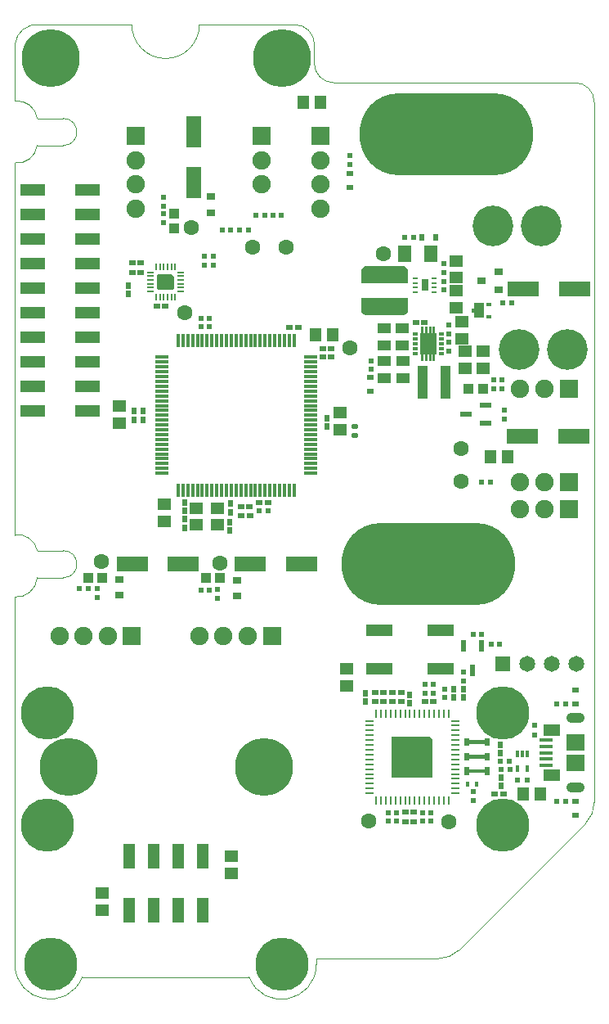
<source format=gts>
G04 Layer_Color=8388736*
%FSLAX44Y44*%
%MOMM*%
G71*
G01*
G75*
%ADD10R,0.5900X0.6000*%
%ADD11R,0.8000X0.6000*%
%ADD12R,0.6000X0.5900*%
%ADD13R,0.3000X0.6600*%
%ADD14R,3.2200X1.6300*%
%ADD15R,1.0500X1.0200*%
%ADD16R,1.4700X1.1500*%
%ADD17R,0.6400X0.6300*%
%ADD18R,1.3500X1.8200*%
%ADD19R,1.4700X1.1100*%
%ADD20R,1.1500X1.4700*%
%ADD21R,0.6300X0.6400*%
%ADD22R,1.9000X1.7500*%
%ADD23R,1.8000X1.1500*%
%ADD24R,1.4000X0.4000*%
%ADD25R,1.2600X0.6100*%
%ADD26R,0.5000X0.4000*%
%ADD27R,1.1000X1.6000*%
%ADD28R,0.6000X0.8000*%
%ADD29R,0.6000X0.5000*%
%ADD30R,0.5000X0.6000*%
%ADD31R,0.9800X3.4000*%
%ADD32C,0.7200*%
%ADD33R,0.9720X0.8020*%
%ADD34R,0.4000X0.6000*%
%ADD35R,0.6000X1.2100*%
G04:AMPARAMS|DCode=36|XSize=0.59mm|YSize=0.6mm|CornerRadius=0.1475mm|HoleSize=0mm|Usage=FLASHONLY|Rotation=90.000|XOffset=0mm|YOffset=0mm|HoleType=Round|Shape=RoundedRectangle|*
%AMROUNDEDRECTD36*
21,1,0.5900,0.3050,0,0,90.0*
21,1,0.2950,0.6000,0,0,90.0*
1,1,0.2950,0.1525,0.1475*
1,1,0.2950,0.1525,-0.1475*
1,1,0.2950,-0.1525,-0.1475*
1,1,0.2950,-0.1525,0.1475*
%
%ADD36ROUNDEDRECTD36*%
%ADD37R,1.4000X1.2000*%
%ADD38R,1.6300X3.2200*%
%ADD39R,1.0200X1.0500*%
%ADD40R,0.9300X0.7900*%
%ADD41R,2.6000X0.4000*%
%ADD42R,1.7000X2.1500*%
%ADD43R,0.6000X0.3500*%
%ADD44R,0.5000X0.2800*%
%ADD45R,0.7000X1.3000*%
%ADD46R,2.8000X1.2000*%
%ADD47R,0.3000X1.4500*%
%ADD48R,1.4500X0.3000*%
%ADD49R,1.3000X2.5000*%
%ADD50R,2.5000X1.3000*%
%ADD51R,1.7000X1.7000*%
%ADD52R,0.8500X0.2800*%
%ADD53R,0.2800X0.8500*%
%ADD54R,0.2200X0.7000*%
%ADD55R,0.7000X0.2200*%
%ADD56R,0.5000X0.5000*%
%ADD60C,0.1000*%
%ADD61O,1.9000X1.0500*%
%ADD62R,1.9000X1.9000*%
%ADD63C,1.9000*%
%ADD64R,1.6500X1.6500*%
%ADD65C,1.6500*%
%ADD66C,6.0000*%
%ADD67C,5.5000*%
%ADD68O,18.0000X8.5000*%
%ADD69C,4.2000*%
%ADD70R,1.9000X1.9000*%
%ADD72C,1.6000*%
G36*
X404832Y757589D02*
X406239Y756182D01*
X407000Y754345D01*
Y753350D01*
Y740350D01*
X359000D01*
Y753350D01*
Y754345D01*
X359761Y756182D01*
X361168Y757589D01*
X363005Y758350D01*
X402994D01*
X404832Y757589D01*
D02*
G37*
G36*
X164750Y746950D02*
Y735550D01*
Y735252D01*
X164522Y734700D01*
X164100Y734278D01*
X163548Y734050D01*
X148452D01*
X147900Y734278D01*
X147478Y734700D01*
X147250Y735252D01*
Y735550D01*
Y748450D01*
Y748748D01*
X147478Y749300D01*
X147900Y749722D01*
X148452Y749950D01*
X161750D01*
X164750Y746950D01*
D02*
G37*
G36*
X476000Y710250D02*
X473000D01*
Y714250D01*
X476000D01*
Y710250D01*
D02*
G37*
G36*
X407000Y712350D02*
Y711355D01*
X406239Y709518D01*
X404832Y708111D01*
X402994Y707350D01*
X363005D01*
X361168Y708111D01*
X359761Y709518D01*
X359000Y711355D01*
Y712350D01*
Y725350D01*
X407000D01*
Y712350D01*
D02*
G37*
G36*
X435250Y688750D02*
X436500D01*
Y667250D01*
X435250D01*
Y660250D01*
X432750D01*
Y667250D01*
X431250D01*
Y660250D01*
X428750D01*
Y667250D01*
X427250D01*
Y660250D01*
X424750D01*
Y667250D01*
X423250D01*
Y660250D01*
X420750D01*
Y667250D01*
X419500D01*
Y688750D01*
X420750D01*
Y695750D01*
X423250D01*
Y688750D01*
X424750D01*
Y695750D01*
X427250D01*
Y688750D01*
X428750D01*
Y695750D01*
X431250D01*
Y688750D01*
X432750D01*
Y695750D01*
X435250D01*
Y688750D01*
D02*
G37*
G36*
X491500Y262000D02*
X486500D01*
Y264000D01*
X470500D01*
Y262000D01*
X465500D01*
Y270000D01*
X470500D01*
Y268000D01*
X486500D01*
Y270000D01*
X491500D01*
Y262000D01*
D02*
G37*
G36*
Y247000D02*
X486500D01*
Y249000D01*
X470500D01*
Y247000D01*
X465500D01*
Y255000D01*
X470500D01*
Y253000D01*
X486500D01*
Y255000D01*
X491500D01*
Y247000D01*
D02*
G37*
G36*
Y232000D02*
X486500D01*
Y234000D01*
X470500D01*
Y232000D01*
X465500D01*
Y240000D01*
X470500D01*
Y238000D01*
X486500D01*
Y240000D01*
X491500D01*
Y232000D01*
D02*
G37*
G36*
X432750Y268750D02*
Y229250D01*
X390250D01*
Y271750D01*
X429750D01*
X432750Y268750D01*
D02*
G37*
D10*
X223550Y795500D02*
D03*
X214450D02*
D03*
X232950D02*
D03*
X242050D02*
D03*
X514550Y719998D02*
D03*
X505450D02*
D03*
X412550Y788000D02*
D03*
X403450D02*
D03*
X492550Y535000D02*
D03*
X483450D02*
D03*
X511550Y246000D02*
D03*
X502450D02*
D03*
X512550Y237500D02*
D03*
X503450D02*
D03*
X492950Y367000D02*
D03*
X502050D02*
D03*
X570050Y305000D02*
D03*
X560950D02*
D03*
X570050Y205000D02*
D03*
X560950D02*
D03*
X262050Y505000D02*
D03*
X252950D02*
D03*
X433550Y325500D02*
D03*
X424450D02*
D03*
X433550Y316450D02*
D03*
X424450D02*
D03*
X76050Y424500D02*
D03*
X66950D02*
D03*
X201550Y423500D02*
D03*
X192450D02*
D03*
X276050Y811000D02*
D03*
X266950D02*
D03*
X258550D02*
D03*
X249450D02*
D03*
X483550Y377500D02*
D03*
X474450D02*
D03*
D11*
X580200Y319500D02*
D03*
Y305000D02*
D03*
X368000Y628500D02*
D03*
Y643000D02*
D03*
X580450Y190500D02*
D03*
Y205000D02*
D03*
X347000Y839500D02*
D03*
Y854000D02*
D03*
D12*
X395000Y193050D02*
D03*
Y183950D02*
D03*
X504100Y640550D02*
D03*
Y631450D02*
D03*
X496100Y640550D02*
D03*
Y631450D02*
D03*
X449050Y679550D02*
D03*
Y670450D02*
D03*
Y697550D02*
D03*
Y688450D02*
D03*
X444000Y742550D02*
D03*
Y733450D02*
D03*
Y760550D02*
D03*
Y751450D02*
D03*
X369000Y660550D02*
D03*
Y651450D02*
D03*
X507000Y609550D02*
D03*
Y600450D02*
D03*
X430850Y193050D02*
D03*
Y183950D02*
D03*
X422500Y193050D02*
D03*
Y183950D02*
D03*
X386250Y193050D02*
D03*
Y183950D02*
D03*
X445000Y311950D02*
D03*
Y321050D02*
D03*
X464500Y329450D02*
D03*
Y338550D02*
D03*
X474500Y214550D02*
D03*
Y205450D02*
D03*
X193000Y704550D02*
D03*
Y695450D02*
D03*
X201000Y704550D02*
D03*
Y695450D02*
D03*
X85000Y424550D02*
D03*
Y415450D02*
D03*
X210000Y423550D02*
D03*
Y414450D02*
D03*
X154000Y812550D02*
D03*
Y803450D02*
D03*
X347000Y872550D02*
D03*
Y863450D02*
D03*
X205500Y768550D02*
D03*
Y759450D02*
D03*
X195750Y768550D02*
D03*
Y759450D02*
D03*
X154000Y829550D02*
D03*
Y820450D02*
D03*
D13*
X530700Y253450D02*
D03*
X525700D02*
D03*
X530700Y238750D02*
D03*
X520700Y253450D02*
D03*
Y238750D02*
D03*
D14*
X579500Y735000D02*
D03*
X526500D02*
D03*
X578500Y582000D02*
D03*
X525500D02*
D03*
X174500Y450000D02*
D03*
X121500D02*
D03*
X296950D02*
D03*
X243950D02*
D03*
D15*
X484609Y631550D02*
D03*
X469909D02*
D03*
X90350Y436000D02*
D03*
X75650D02*
D03*
X212350Y435500D02*
D03*
X197650D02*
D03*
D16*
X466000Y670350D02*
D03*
Y652650D02*
D03*
X485000Y670350D02*
D03*
Y652650D02*
D03*
X457000Y763850D02*
D03*
Y746150D02*
D03*
X463000Y700850D02*
D03*
Y683150D02*
D03*
X457000Y732850D02*
D03*
Y715150D02*
D03*
X224000Y130150D02*
D03*
Y147850D02*
D03*
X108500Y613350D02*
D03*
Y595650D02*
D03*
X155000Y511850D02*
D03*
Y494150D02*
D03*
X337000Y606850D02*
D03*
Y589150D02*
D03*
X343500Y324150D02*
D03*
Y341850D02*
D03*
X90000Y92150D02*
D03*
Y109850D02*
D03*
D17*
X423950Y700000D02*
D03*
X415050D02*
D03*
X497050Y212500D02*
D03*
X505950D02*
D03*
X412950Y183500D02*
D03*
X404050D02*
D03*
X412950Y193500D02*
D03*
X404050D02*
D03*
X433450Y307550D02*
D03*
X424550D02*
D03*
X381950Y317000D02*
D03*
X373050D02*
D03*
X261950Y513500D02*
D03*
X253050D02*
D03*
X293450Y694500D02*
D03*
X284550D02*
D03*
X391050Y317000D02*
D03*
X399950D02*
D03*
X391050Y308000D02*
D03*
X399950D02*
D03*
X243200Y500000D02*
D03*
X234300D02*
D03*
X327450Y673000D02*
D03*
X318550D02*
D03*
X242950Y509500D02*
D03*
X234050D02*
D03*
X327450Y664000D02*
D03*
X318550D02*
D03*
X130450Y761500D02*
D03*
X121550D02*
D03*
X155700Y717000D02*
D03*
X146800D02*
D03*
X130450Y752000D02*
D03*
X121550D02*
D03*
X381950Y308000D02*
D03*
X373050D02*
D03*
D18*
X430850Y771000D02*
D03*
X403150D02*
D03*
D19*
X401500Y660282D02*
D03*
Y642282D02*
D03*
X382000Y694000D02*
D03*
Y676000D02*
D03*
X401000Y694000D02*
D03*
Y676000D02*
D03*
X382750Y660250D02*
D03*
Y642250D02*
D03*
D20*
X509850Y560750D02*
D03*
X492150D02*
D03*
X526150Y212000D02*
D03*
X543850D02*
D03*
X328850Y687000D02*
D03*
X311150D02*
D03*
X316100Y928000D02*
D03*
X298400D02*
D03*
D21*
X502500Y254550D02*
D03*
Y263450D02*
D03*
X503450Y220550D02*
D03*
Y229450D02*
D03*
X464500Y320950D02*
D03*
Y312050D02*
D03*
X454500D02*
D03*
Y320950D02*
D03*
X363000Y316450D02*
D03*
Y307550D02*
D03*
X409000Y314950D02*
D03*
Y306050D02*
D03*
X222000Y493450D02*
D03*
Y484550D02*
D03*
X176000Y496450D02*
D03*
Y487550D02*
D03*
X176000Y513950D02*
D03*
Y505050D02*
D03*
X123000Y608450D02*
D03*
Y599550D02*
D03*
X223500Y512450D02*
D03*
Y503550D02*
D03*
X132500Y608450D02*
D03*
Y599550D02*
D03*
X323000Y600950D02*
D03*
Y592050D02*
D03*
X117500Y738450D02*
D03*
Y729550D02*
D03*
D22*
X580200Y265750D02*
D03*
Y244250D02*
D03*
D23*
X556200Y278200D02*
D03*
Y231800D02*
D03*
D24*
X550200Y268000D02*
D03*
Y261500D02*
D03*
Y255000D02*
D03*
Y248500D02*
D03*
Y242000D02*
D03*
D25*
X487200Y595500D02*
D03*
Y614500D02*
D03*
X467300Y605000D02*
D03*
D26*
X491000Y718750D02*
D03*
Y705750D02*
D03*
D27*
X480500Y712250D02*
D03*
D28*
X436000Y788000D02*
D03*
X421500D02*
D03*
D29*
X538500Y283000D02*
D03*
Y273000D02*
D03*
D30*
X530700Y227000D02*
D03*
X520700D02*
D03*
D31*
X422000Y638000D02*
D03*
X445700D02*
D03*
D32*
X383000Y749350D02*
D03*
Y716350D02*
D03*
D33*
X500850Y733500D02*
D03*
Y752500D02*
D03*
X483150Y743000D02*
D03*
D34*
X478000Y222500D02*
D03*
X469000D02*
D03*
D35*
X483500Y365550D02*
D03*
X464500D02*
D03*
X474000Y340450D02*
D03*
D36*
X352000Y592050D02*
D03*
Y582950D02*
D03*
D37*
X210000Y507500D02*
D03*
Y490500D02*
D03*
X188000Y507500D02*
D03*
Y490500D02*
D03*
D38*
X185000Y897500D02*
D03*
Y844500D02*
D03*
D39*
X165000Y812350D02*
D03*
Y797650D02*
D03*
D40*
X203000Y830200D02*
D03*
Y813800D02*
D03*
X108000Y434200D02*
D03*
Y417800D02*
D03*
X229901Y433200D02*
D03*
Y416800D02*
D03*
D41*
X478500Y266000D02*
D03*
Y251000D02*
D03*
Y236000D02*
D03*
D42*
X428000Y678000D02*
D03*
D43*
X414750Y688000D02*
D03*
Y683000D02*
D03*
Y678000D02*
D03*
Y673000D02*
D03*
Y668000D02*
D03*
X441250Y688000D02*
D03*
Y683000D02*
D03*
Y678000D02*
D03*
Y673000D02*
D03*
Y668000D02*
D03*
D44*
X433950Y731000D02*
D03*
Y736000D02*
D03*
Y741000D02*
D03*
Y746000D02*
D03*
X414950D02*
D03*
Y741000D02*
D03*
Y736000D02*
D03*
Y731000D02*
D03*
D45*
X424450Y738500D02*
D03*
D46*
X441000Y381500D02*
D03*
X377000D02*
D03*
X441000Y341500D02*
D03*
X377000D02*
D03*
D47*
X289000Y526750D02*
D03*
X284000D02*
D03*
X279000D02*
D03*
X274000D02*
D03*
X269000D02*
D03*
X264000D02*
D03*
X259000D02*
D03*
X254000D02*
D03*
X249000D02*
D03*
X244000D02*
D03*
X239000D02*
D03*
X234000D02*
D03*
X229000D02*
D03*
X224000D02*
D03*
X219000D02*
D03*
X214000D02*
D03*
X209000D02*
D03*
X204000D02*
D03*
X199000D02*
D03*
X194000D02*
D03*
X189000D02*
D03*
X184000D02*
D03*
X179000D02*
D03*
X174000D02*
D03*
X169000D02*
D03*
Y681250D02*
D03*
X174000D02*
D03*
X179000D02*
D03*
X184000D02*
D03*
X189000D02*
D03*
X194000D02*
D03*
X199000D02*
D03*
X204000D02*
D03*
X209000D02*
D03*
X214000D02*
D03*
X219000D02*
D03*
X224000D02*
D03*
X229000D02*
D03*
X234000D02*
D03*
X239000D02*
D03*
X244000D02*
D03*
X249000D02*
D03*
X254000D02*
D03*
X259000D02*
D03*
X264000D02*
D03*
X269000D02*
D03*
X274000D02*
D03*
X279000D02*
D03*
X284000D02*
D03*
X289000D02*
D03*
D48*
X151750Y544000D02*
D03*
Y549000D02*
D03*
Y554000D02*
D03*
Y559000D02*
D03*
Y564000D02*
D03*
Y569000D02*
D03*
Y574000D02*
D03*
Y579000D02*
D03*
Y584000D02*
D03*
Y589000D02*
D03*
Y594000D02*
D03*
Y599000D02*
D03*
Y604000D02*
D03*
Y609000D02*
D03*
Y614000D02*
D03*
Y619000D02*
D03*
Y624000D02*
D03*
Y629000D02*
D03*
Y634000D02*
D03*
Y639000D02*
D03*
Y644000D02*
D03*
Y649000D02*
D03*
Y654000D02*
D03*
Y659000D02*
D03*
Y664000D02*
D03*
X306250D02*
D03*
Y659000D02*
D03*
Y654000D02*
D03*
Y649000D02*
D03*
Y644000D02*
D03*
Y639000D02*
D03*
Y634000D02*
D03*
Y629000D02*
D03*
Y624000D02*
D03*
Y619000D02*
D03*
Y614000D02*
D03*
Y609000D02*
D03*
Y604000D02*
D03*
Y599000D02*
D03*
Y594000D02*
D03*
Y589000D02*
D03*
Y584000D02*
D03*
Y579000D02*
D03*
Y574000D02*
D03*
Y569000D02*
D03*
Y564000D02*
D03*
Y559000D02*
D03*
Y554000D02*
D03*
Y549000D02*
D03*
Y544000D02*
D03*
D49*
X118000Y148000D02*
D03*
X143400D02*
D03*
X168800D02*
D03*
X194200D02*
D03*
X118000Y92000D02*
D03*
X143400D02*
D03*
X168800D02*
D03*
X194200D02*
D03*
D50*
X18750Y608700D02*
D03*
Y634100D02*
D03*
X74750Y608700D02*
D03*
Y634100D02*
D03*
Y684900D02*
D03*
X18750Y761100D02*
D03*
Y786500D02*
D03*
Y811900D02*
D03*
Y837300D02*
D03*
X74750Y761100D02*
D03*
Y786500D02*
D03*
Y811900D02*
D03*
Y837300D02*
D03*
Y735700D02*
D03*
X18750D02*
D03*
X74750Y710300D02*
D03*
X18750D02*
D03*
X74750Y659500D02*
D03*
X18750Y684900D02*
D03*
Y659500D02*
D03*
D51*
X411500Y250500D02*
D03*
D52*
X456250Y288000D02*
D03*
Y283000D02*
D03*
Y278000D02*
D03*
Y273000D02*
D03*
Y268000D02*
D03*
Y263000D02*
D03*
Y258000D02*
D03*
Y253000D02*
D03*
Y248000D02*
D03*
Y243000D02*
D03*
Y238000D02*
D03*
Y233000D02*
D03*
Y228000D02*
D03*
Y223000D02*
D03*
Y218000D02*
D03*
Y213000D02*
D03*
X366750D02*
D03*
Y218000D02*
D03*
Y223000D02*
D03*
Y228000D02*
D03*
Y233000D02*
D03*
Y238000D02*
D03*
Y243000D02*
D03*
Y248000D02*
D03*
Y253000D02*
D03*
Y258000D02*
D03*
Y263000D02*
D03*
Y268000D02*
D03*
Y273000D02*
D03*
Y278000D02*
D03*
Y283000D02*
D03*
Y288000D02*
D03*
D53*
X449000Y205750D02*
D03*
X444000D02*
D03*
X439000D02*
D03*
X434000D02*
D03*
X429000D02*
D03*
X424000D02*
D03*
X419000D02*
D03*
X414000D02*
D03*
X409000D02*
D03*
X404000D02*
D03*
X399000D02*
D03*
X394000D02*
D03*
X389000D02*
D03*
X384000D02*
D03*
X379000D02*
D03*
X374000D02*
D03*
Y295250D02*
D03*
X379000D02*
D03*
X384000D02*
D03*
X389000D02*
D03*
X394000D02*
D03*
X399000D02*
D03*
X404000D02*
D03*
X409000D02*
D03*
X414000D02*
D03*
X419000D02*
D03*
X424000D02*
D03*
X429000D02*
D03*
X434000D02*
D03*
X439000D02*
D03*
X444000D02*
D03*
X449000D02*
D03*
D54*
X166000Y757800D02*
D03*
X162000D02*
D03*
X158000D02*
D03*
X154000D02*
D03*
X150000D02*
D03*
X146000D02*
D03*
Y726200D02*
D03*
X150000D02*
D03*
X154000D02*
D03*
X158000D02*
D03*
X162000D02*
D03*
X166000D02*
D03*
D55*
X140200Y752000D02*
D03*
Y748000D02*
D03*
Y744000D02*
D03*
Y740000D02*
D03*
Y736000D02*
D03*
Y732000D02*
D03*
X171800D02*
D03*
Y736000D02*
D03*
Y740000D02*
D03*
Y744000D02*
D03*
Y748000D02*
D03*
Y752000D02*
D03*
D56*
X156000Y742000D02*
D03*
D60*
X310000Y968000D02*
G03*
X330000Y948000I20000J0D01*
G01*
X310000Y988000D02*
G03*
X290000Y1008000I-20000J0D01*
G01*
X25000Y1007999D02*
G03*
X0Y988000I-2500J-22499D01*
G01*
X23000Y911000D02*
G03*
X-0Y929000I-20500J-2500D01*
G01*
Y865000D02*
G03*
X23000Y883000I2500J20500D01*
G01*
X23000Y464000D02*
G03*
X-0Y480000I-19500J-3500D01*
G01*
X0Y416000D02*
G03*
X23000Y436000I1500J21500D01*
G01*
X121000Y1008000D02*
G03*
X156000Y973000I35000J0D01*
G01*
D02*
G03*
X191000Y1008000I0J35000D01*
G01*
X-1Y36000D02*
G03*
X69600Y23000I36035J109D01*
G01*
X242399Y22999D02*
G03*
X312000Y36000I33587J12998D01*
G01*
X591213Y182213D02*
G03*
X600000Y203426I-21213J21213D01*
G01*
X438574Y42000D02*
G03*
X459787Y50787I0J30000D01*
G01*
X600000Y928000D02*
G03*
X580000Y948000I-20000J0D01*
G01*
X50000Y883000D02*
G03*
X50000Y911000I0J14000D01*
G01*
Y436000D02*
G03*
X50000Y464000I0J14000D01*
G01*
X310000Y968000D02*
Y988000D01*
X191000Y1008000D02*
X290000D01*
X0Y929000D02*
Y988000D01*
X25000Y1008000D02*
X121000D01*
X23000Y911000D02*
X50000D01*
X23000Y883000D02*
X50000D01*
X0Y480000D02*
Y865000D01*
X23000Y436000D02*
X50000D01*
X23000Y464000D02*
X50000D01*
X69600Y23000D02*
X242400D01*
X0Y36000D02*
Y416000D01*
X312000Y36000D02*
Y42000D01*
X600000Y203426D02*
Y928000D01*
X459787Y50787D02*
X591213Y182213D01*
X330000Y948000D02*
X580000D01*
X312000Y42000D02*
X438574D01*
D61*
X580200Y290750D02*
D03*
Y219250D02*
D03*
D62*
X573400Y631000D02*
D03*
Y507000D02*
D03*
Y535000D02*
D03*
X121000Y376000D02*
D03*
X266000D02*
D03*
D63*
X548000Y631000D02*
D03*
X522600D02*
D03*
Y507000D02*
D03*
X548000D02*
D03*
X522600Y535000D02*
D03*
X548000D02*
D03*
X255000Y868000D02*
D03*
Y843000D02*
D03*
X125000Y818000D02*
D03*
Y843000D02*
D03*
Y868000D02*
D03*
X46000Y376000D02*
D03*
X71000D02*
D03*
X96000D02*
D03*
X191000D02*
D03*
X216000D02*
D03*
X241000D02*
D03*
X316000Y818000D02*
D03*
Y843000D02*
D03*
Y868000D02*
D03*
D64*
X505100Y346500D02*
D03*
D65*
X530500D02*
D03*
X581300D02*
D03*
X555900D02*
D03*
D66*
X55750Y240000D02*
D03*
X257750D02*
D03*
X36750Y973000D02*
D03*
X276750D02*
D03*
D67*
X504750Y296000D02*
D03*
Y180000D02*
D03*
X276750Y36000D02*
D03*
X36750D02*
D03*
X33750Y180000D02*
D03*
Y296000D02*
D03*
D68*
X446750Y895000D02*
D03*
X427750Y450000D02*
D03*
D69*
X495000Y800000D02*
D03*
X545000D02*
D03*
X522000Y672000D02*
D03*
X572000D02*
D03*
D70*
X255000Y893000D02*
D03*
X125000D02*
D03*
X316000D02*
D03*
D72*
X462000Y535500D02*
D03*
Y569500D02*
D03*
X246500Y777500D02*
D03*
X281000D02*
D03*
X182500Y798000D02*
D03*
X89500Y452750D02*
D03*
X212500Y451250D02*
D03*
X346500Y674000D02*
D03*
X381500Y771000D02*
D03*
X176000Y710000D02*
D03*
X366450Y183950D02*
D03*
X449050Y183500D02*
D03*
M02*

</source>
